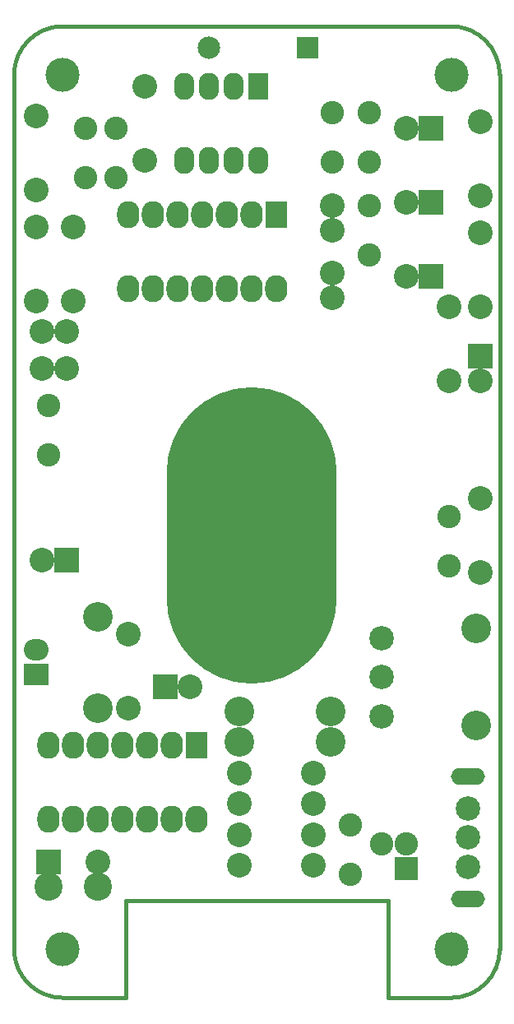
<source format=gts>
G04 #@! TF.FileFunction,Soldermask,Top*
%FSLAX46Y46*%
G04 Gerber Fmt 4.6, Leading zero omitted, Abs format (unit mm)*
G04 Created by KiCad (PCBNEW 4.0.2-stable) date 02/09/2016 12:40:18*
%MOMM*%
G01*
G04 APERTURE LIST*
%ADD10C,0.150000*%
%ADD11C,0.381000*%
%ADD12O,17.508000X30.508000*%
%ADD13R,2.286000X2.794000*%
%ADD14O,2.286000X2.794000*%
%ADD15C,2.540000*%
%ADD16R,2.540000X2.540000*%
%ADD17C,2.908000*%
%ADD18C,2.508000*%
%ADD19O,3.508000X1.708000*%
%ADD20C,3.508000*%
%ADD21C,2.413000*%
%ADD22C,3.048000*%
%ADD23R,2.413000X2.413000*%
%ADD24R,2.082800X2.794000*%
%ADD25O,2.082800X2.794000*%
%ADD26R,2.308860X2.308860*%
%ADD27C,2.308860*%
%ADD28R,2.540000X2.235200*%
%ADD29O,2.540000X2.235200*%
G04 APERTURE END LIST*
D10*
D11*
X38750000Y250000D02*
X45250000Y250000D01*
X38750000Y10250000D02*
X38750000Y250000D01*
X11750000Y10250000D02*
X38750000Y10250000D01*
X11750000Y250000D02*
X11750000Y10250000D01*
X5250000Y250000D02*
X11750000Y250000D01*
X250000Y5250000D02*
G75*
G03X5250000Y250000I5000000J0D01*
G01*
X45250000Y250000D02*
G75*
G03X50250000Y5250000I0J5000000D01*
G01*
X50250000Y95250000D02*
G75*
G03X45250000Y100250000I-5000000J0D01*
G01*
X5250000Y100250000D02*
G75*
G03X250000Y95250000I0J-5000000D01*
G01*
X45250000Y100250000D02*
X5250000Y100250000D01*
X50250000Y5250000D02*
X50250000Y95250000D01*
X250000Y95250000D02*
X250000Y5250000D01*
D12*
X24715000Y47860000D03*
D13*
X19000000Y26270000D03*
D14*
X16460000Y26270000D03*
X13920000Y26270000D03*
X11380000Y26270000D03*
X8840000Y26270000D03*
X6300000Y26270000D03*
X3760000Y26270000D03*
X3760000Y18650000D03*
X6300000Y18650000D03*
X8840000Y18650000D03*
X11380000Y18650000D03*
X13920000Y18650000D03*
X16460000Y18650000D03*
X19000000Y18650000D03*
D15*
X18360000Y32300000D03*
D16*
X15820000Y32300000D03*
X3760000Y14205000D03*
D15*
X8840000Y14205000D03*
D17*
X3760000Y11665000D03*
X8840000Y11665000D03*
D18*
X46965400Y16737380D03*
X46940000Y19745000D03*
X46940000Y13745000D03*
D19*
X46940000Y23045000D03*
X46940000Y10445000D03*
D20*
X45250000Y95250000D03*
X5250000Y95250000D03*
X5250000Y5250000D03*
X45250000Y5250000D03*
D16*
X43130000Y82150000D03*
D15*
X40590000Y82150000D03*
D16*
X43130000Y74530000D03*
D15*
X40590000Y74530000D03*
D21*
X36775000Y91355000D03*
X36775000Y86275000D03*
X32965000Y86275000D03*
X32965000Y91355000D03*
D16*
X43130000Y89770000D03*
D15*
X40590000Y89770000D03*
D21*
X10745000Y84690000D03*
X10745000Y89770000D03*
X7570000Y89770000D03*
X7570000Y84690000D03*
X36775000Y76750000D03*
X36775000Y81830000D03*
D15*
X32965000Y81830000D03*
X32965000Y79290000D03*
D21*
X3760000Y56115000D03*
X3760000Y61195000D03*
X34875000Y12935000D03*
X34875000Y18015000D03*
D15*
X5665000Y65005000D03*
X3125000Y65005000D03*
X5665000Y68815000D03*
X3125000Y68815000D03*
D21*
X45035000Y49765000D03*
X45035000Y44685000D03*
D16*
X5665000Y45320000D03*
D15*
X3125000Y45320000D03*
X32965000Y74845000D03*
X32965000Y72305000D03*
D22*
X8840000Y30080000D03*
X8840000Y39478000D03*
X23440000Y29760000D03*
X32838000Y29760000D03*
X23440000Y26585000D03*
X32838000Y26585000D03*
D23*
X40590000Y13570000D03*
D21*
X40590000Y16110000D03*
X38050000Y16110000D03*
D15*
X48210000Y71355000D03*
X48210000Y78975000D03*
X48210000Y82785000D03*
X48210000Y90405000D03*
X13666000Y94088000D03*
X13666000Y86468000D03*
X2490000Y83420000D03*
X2490000Y91040000D03*
X6300000Y71990000D03*
X6300000Y79610000D03*
X12015000Y30080000D03*
X12015000Y37700000D03*
X31060000Y13885000D03*
X23440000Y13885000D03*
X2490000Y71990000D03*
X2490000Y79610000D03*
X31060000Y17060000D03*
X23440000Y17060000D03*
X48210000Y44050000D03*
X48210000Y51670000D03*
X45035000Y71355000D03*
X45035000Y63735000D03*
X23440000Y23410000D03*
X31060000Y23410000D03*
X23440000Y20235000D03*
X31060000Y20235000D03*
D24*
X25350000Y94088000D03*
D25*
X22810000Y94088000D03*
X20270000Y94088000D03*
X17730000Y94088000D03*
X17730000Y86468000D03*
X20270000Y86468000D03*
X22810000Y86468000D03*
X25350000Y86468000D03*
D16*
X48210000Y66275000D03*
D15*
X48210000Y63735000D03*
D22*
X47800000Y28255000D03*
D18*
X38050000Y37255000D03*
D22*
X47800000Y38255000D03*
D18*
X38050000Y29255000D03*
X38050000Y33255000D03*
D26*
X30430000Y98025000D03*
D27*
X20270000Y98025000D03*
D28*
X2485000Y33570000D03*
D29*
X2485000Y36110000D03*
D13*
X27255000Y80880000D03*
D14*
X24715000Y80880000D03*
X22175000Y80880000D03*
X19635000Y80880000D03*
X17095000Y80880000D03*
X14555000Y80880000D03*
X12015000Y80880000D03*
X12015000Y73260000D03*
X14555000Y73260000D03*
X17095000Y73260000D03*
X19635000Y73260000D03*
X22175000Y73260000D03*
X24715000Y73260000D03*
X27255000Y73260000D03*
M02*

</source>
